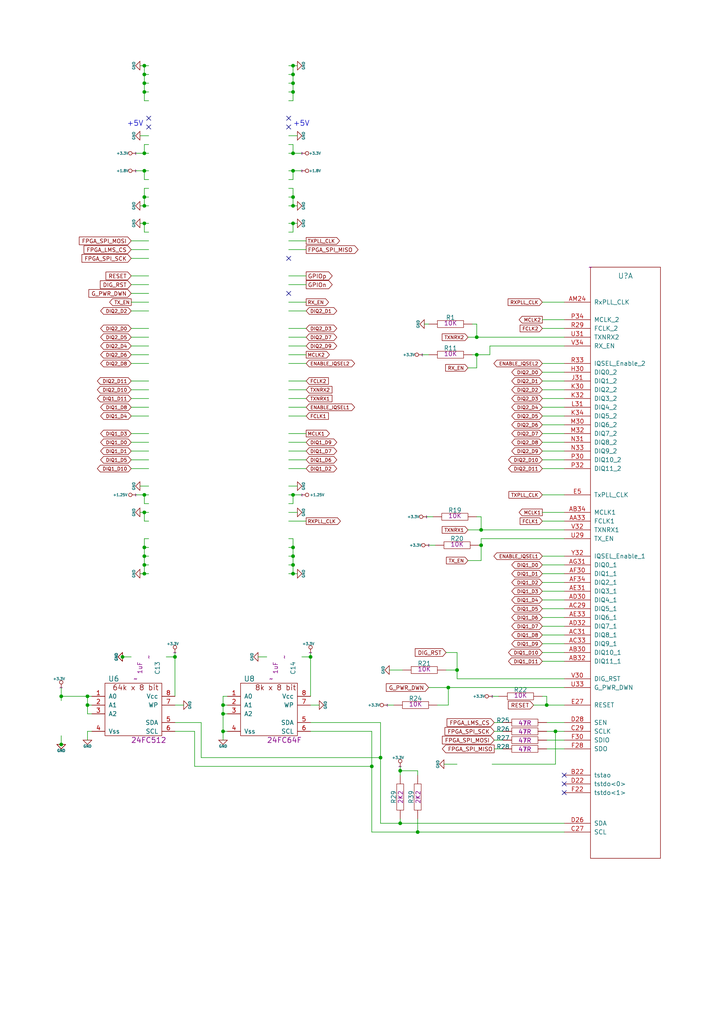
<source format=kicad_sch>
(kicad_sch (version 20211123) (generator eeschema)
  (paper "User" 209.956 296.977)
  (title_block (title "uMyriadRF7002") (date "19 nov 2015") (rev "v2") (comment 1 "WORK IS COVERED UNDER A CREATIVE COMMONS LICENSE (CC BY 3.0)"))
  (lib_symbols
    (symbol "uMyriad7002-rescue:+1.25V" (power) (pin_names (offset 0))
      (property "Value" "+1.25V" (at 0 2.794 0))
      (symbol "+1.25V_0_0"
        (pin power_in line (at 0 0 90) (length 0) hide (name "+1.25V") (number "1"))
      )
    )
    (symbol "uMyriad7002-rescue:+1.8V" (power) (pin_names (offset 0))
      (property "Value" "+1.8V" (at 0 2.794 0))
      (symbol "+1.8V_0_0"
        (pin power_in line (at 0 0 90) (length 0) hide (name "+1.8V") (number "1"))
      )
    )
    (symbol "uMyriad7002-rescue:+3.3V" (power) (pin_names (offset 0))
      (property "Value" "+3.3V" (at 0 2.794 0))
      (symbol "+3.3V_0_0"
        (pin power_in line (at 0 0 90) (length 0) hide (name "+3.3V") (number "1"))
      )
    )
    (symbol "uMyriad7002-rescue:10K_0402" (pin_numbers hide) (pin_names (offset 0))
      (property "Reference" "R" (at -1.778 -0.254 90))
      (property "Component Value" "10K" (at 0.254 0 90))
      (symbol "10K_0402_1_1"
        (pin passive line (at 0 6.35 270) (length 2.54) (name "1") (number "1"))
        (pin passive line (at 0 -6.35 90) (length 2.54) (name "2") (number "2"))
      )
    )
    (symbol "uMyriad7002-rescue:24FC512" (pin_names (offset 1.016))
      (property "Reference" "U" (at 2.54 1.27 0))
      (property "Component Value" "24FC512" (at 12.7 -16.51 0))
      (symbol "24FC512_0_0"
        (text "64k x 8 bit" (at 8.89 -1.27 0) (effects (font (size 1.524 1.524))))
      )
      (symbol "24FC512_1_1"
        (pin input line (at -3.81 -3.81 0) (length 3.81) (name "A0") (number "1"))
        (pin input line (at -3.81 -6.35 0) (length 3.81) (name "A1") (number "2"))
        (pin input line (at -3.81 -8.89 0) (length 3.81) (name "A2") (number "3"))
        (pin input line (at -3.81 -13.97 0) (length 3.81) (name "Vss") (number "4"))
        (pin input line (at 20.32 -11.43 180) (length 3.81) (name "SDA") (number "5"))
        (pin input line (at 20.32 -13.97 180) (length 3.81) (name "SCL") (number "6"))
        (pin input line (at 20.32 -6.35 180) (length 3.81) (name "WP") (number "7"))
        (pin input line (at 20.32 -3.81 180) (length 3.81) (name "Vcc") (number "8"))
      )
    )
    (symbol "uMyriad7002-rescue:24FC64F" (pin_names (offset 1.016))
      (property "Reference" "U" (at 2.54 1.27 0))
      (property "Component Value" "24FC64F" (at 12.7 -16.51 0))
      (symbol "24FC64F_0_0"
        (text "8k x 8 bit" (at 10.16 -1.27 0) (effects (font (size 1.524 1.524))))
      )
      (symbol "24FC64F_1_1"
        (pin input line (at -3.81 -3.81 0) (length 3.81) (name "A0") (number "1"))
        (pin input line (at -3.81 -6.35 0) (length 3.81) (name "A1") (number "2"))
        (pin input line (at -3.81 -8.89 0) (length 3.81) (name "A2") (number "3"))
        (pin input line (at -3.81 -13.97 0) (length 3.81) (name "Vss") (number "4"))
        (pin input line (at 20.32 -11.43 180) (length 3.81) (name "SDA") (number "5"))
        (pin input line (at 20.32 -13.97 180) (length 3.81) (name "SCL") (number "6"))
        (pin input line (at 20.32 -6.35 180) (length 3.81) (name "WP") (number "7"))
        (pin input line (at 20.32 -3.81 180) (length 3.81) (name "Vcc") (number "8"))
      )
    )
    (symbol "uMyriad7002-rescue:2K2_0402" (pin_numbers hide) (pin_names (offset 0))
      (property "Reference" "R" (at -1.905 -2.54 90))
      (property "Component Value" "2K2" (at 0.127 0 90))
      (symbol "2K2_0402_1_1"
        (pin passive line (at 0 6.35 270) (length 2.54) (name "1") (number "1"))
        (pin passive line (at 0 -6.35 90) (length 2.54) (name "2") (number "2"))
      )
    )
    (symbol "uMyriad7002-rescue:47R_0402" (pin_numbers hide) (pin_names (offset 0))
      (property "Reference" "R" (at -1.905 -2.54 90))
      (property "Component Value" "47R" (at 0.127 0 90))
      (symbol "47R_0402_1_1"
        (pin passive line (at 0 6.35 270) (length 2.54) (name "1") (number "1"))
        (pin passive line (at 0 -6.35 90) (length 2.54) (name "2") (number "2"))
      )
    )
    (symbol "uMyriad7002-rescue:GND" (power) (pin_names (offset 0))
      (symbol "GND_1_1"
        (pin power_in line (at 0 0 90) (length 0) hide (name "GND") (number "1"))
      )
    )
    (symbol "uMyriad7002-rescue:LMS7002" (pin_names (offset 1.016))
      (property "Reference" "U" (at 20.32 -2.54 0))
      (property "Value" "LMS7002" (at 20.32 -5.08 0))
      (symbol "LMS7002_1_1"
        (pin input line (at -7.62 -73.66 0) (length 7.62) (name "FCLK1") (number "AA33"))
        (pin output line (at -7.62 -111.76 0) (length 7.62) (name "DIQ10_1") (number "AB30"))
        (pin output line (at -7.62 -114.3 0) (length 7.62) (name "DIQ11_1") (number "AB32"))
        (pin input line (at -7.62 -71.12 0) (length 7.62) (name "MCLK1") (number "AB34"))
        (pin output line (at -7.62 -99.06 0) (length 7.62) (name "DIQ5_1") (number "AC29"))
        (pin output line (at -7.62 -106.68 0) (length 7.62) (name "DIQ8_1") (number "AC31"))
        (pin output line (at -7.62 -109.22 0) (length 7.62) (name "DIQ9_1") (number "AC33"))
        (pin output line (at -7.62 -96.52 0) (length 7.62) (name "DIQ4_1") (number "AD30"))
        (pin output line (at -7.62 -104.14 0) (length 7.62) (name "DIQ7_1") (number "AD32"))
        (pin output line (at -7.62 -93.98 0) (length 7.62) (name "DIQ3_1") (number "AE31"))
        (pin output line (at -7.62 -101.6 0) (length 7.62) (name "DIQ6_1") (number "AE33"))
        (pin output line (at -7.62 -88.9 0) (length 7.62) (name "DIQ1_1") (number "AF30"))
        (pin output line (at -7.62 -91.44 0) (length 7.62) (name "DIQ2_1") (number "AF34"))
        (pin output line (at -7.62 -86.36 0) (length 7.62) (name "DIQ0_1") (number "AG31"))
        (pin input line (at -7.62 -10.16 0) (length 7.62) (name "RxPLL_CLK") (number "AM24"))
        (pin output line (at -7.62 -147.32 0) (length 7.62) (name "tstao") (number "B22"))
        (pin bidirectional line (at -7.62 -163.83 0) (length 7.62) (name "SCL") (number "C27"))
        (pin input line (at -7.62 -134.62 0) (length 7.62) (name "SCLK") (number "C29"))
        (pin output line (at -7.62 -149.86 0) (length 7.62) (name "tstdo<0>") (number "D22"))
        (pin bidirectional line (at -7.62 -161.29 0) (length 7.62) (name "SDA") (number "D26"))
        (pin input line (at -7.62 -132.08 0) (length 7.62) (name "SEN") (number "D28"))
        (pin input line (at -7.62 -127 0) (length 7.62) (name "RESET") (number "E27"))
        (pin input line (at -7.62 -66.04 0) (length 7.62) (name "TxPLL_CLK") (number "E5"))
        (pin output line (at -7.62 -152.4 0) (length 7.62) (name "tstdo<1>") (number "F22"))
        (pin output line (at -7.62 -139.7 0) (length 7.62) (name "SDO") (number "F28"))
        (pin bidirectional line (at -7.62 -137.16 0) (length 7.62) (name "SDIO") (number "F30"))
        (pin input line (at -7.62 -30.48 0) (length 7.62) (name "DIQ0_2") (number "H30"))
        (pin input line (at -7.62 -33.02 0) (length 7.62) (name "DIQ1_2") (number "J31"))
        (pin input line (at -7.62 -35.56 0) (length 7.62) (name "DIQ2_2") (number "K30"))
        (pin input line (at -7.62 -38.1 0) (length 7.62) (name "DIQ3_2") (number "K32"))
        (pin input line (at -7.62 -43.18 0) (length 7.62) (name "DIQ5_2") (number "K34"))
        (pin input line (at -7.62 -40.64 0) (length 7.62) (name "DIQ4_2") (number "L31"))
        (pin input line (at -7.62 -45.72 0) (length 7.62) (name "DIQ6_2") (number "M30"))
        (pin input line (at -7.62 -48.26 0) (length 7.62) (name "DIQ7_2") (number "M32"))
        (pin input line (at -7.62 -50.8 0) (length 7.62) (name "DIQ8_2") (number "N31"))
        (pin input line (at -7.62 -53.34 0) (length 7.62) (name "DIQ9_2") (number "N33"))
        (pin input line (at -7.62 -55.88 0) (length 7.62) (name "DIQ10_2") (number "P30"))
        (pin input line (at -7.62 -58.42 0) (length 7.62) (name "DIQ11_2") (number "P32"))
        (pin input line (at -7.62 -15.24 0) (length 7.62) (name "MCLK_2") (number "P34"))
        (pin input line (at -7.62 -17.78 0) (length 7.62) (name "FCLK_2") (number "R29"))
        (pin input line (at -7.62 -27.94 0) (length 7.62) (name "IQSEL_Enable_2") (number "R33"))
        (pin input line (at -7.62 -78.74 0) (length 7.62) (name "TX_EN") (number "U29"))
        (pin bidirectional line (at -7.62 -20.32 0) (length 7.62) (name "TXNRX2") (number "U31"))
        (pin input line (at -7.62 -121.92 0) (length 7.62) (name "G_PWR_DWN") (number "U33"))
        (pin input line (at -7.62 -119.38 0) (length 7.62) (name "DIG_RST") (number "V30"))
        (pin bidirectional line (at -7.62 -76.2 0) (length 7.62) (name "TXNRX1") (number "V32"))
        (pin output line (at -7.62 -22.86 0) (length 7.62) (name "RX_EN") (number "V34"))
        (pin output line (at -7.62 -83.82 0) (length 7.62) (name "IQSEL_Enable_1") (number "Y32"))
      )
      (symbol "LMS7002_2_1"
        (pin input line (at 50.8 -43.18 180) (length 7.62) (name "DVDD_CGEN") (number "A17"))
        (pin input line (at -7.62 -17.78 0) (length 7.62) (name "DIGPRVDD1") (number "AA29"))
        (pin input line (at -7.62 -213.36 0) (length 7.62) (name "DIGPRGND1") (number "AA31"))
        (pin input line (at 50.8 -116.84 180) (length 7.62) (name "VDD14_RBB") (number "AD4"))
        (pin input line (at -7.62 -119.38 0) (length 7.62) (name "VDD12_TIA_RFE") (number "AD6"))
        (pin input line (at -7.62 -15.24 0) (length 7.62) (name "DIGPRVDD1") (number "AE29"))
        (pin input line (at -7.62 -111.76 0) (length 7.62) (name "VDD18_TIA_RFE") (number "AE3"))
        (pin input line (at 50.8 -119.38 180) (length 7.62) (name "VDD14_TIA_RFE") (number "AF2"))
        (pin input line (at -7.62 -220.98 0) (length 7.62) (name "DIGPRGND2") (number "AF32"))
        (pin input line (at -7.62 -109.22 0) (length 7.62) (name "VDD18_LDO_RX") (number "AF4"))
        (pin input line (at 50.8 -114.3 180) (length 7.62) (name "VDD14_LNA_RFE") (number "AF6"))
        (pin input line (at -7.62 -208.28 0) (length 7.62) (name "DIGPRGND1") (number "AG29"))
        (pin input line (at -7.62 -121.92 0) (length 7.62) (name "VDD12_LNA_RFE") (number "AG5"))
        (pin input line (at 50.8 -12.7 180) (length 7.62) (name "DIGPRVDD2") (number "AH30"))
        (pin input line (at 50.8 -195.58 180) (length 7.62) (name "GND_CP_SXR") (number "AJ19"))
        (pin input line (at 50.8 -90.17 180) (length 7.62) (name "VDD_AFE") (number "AJ25"))
        (pin input line (at 50.8 -193.04 180) (length 7.62) (name "GND_DIV_SXR") (number "AK20"))
        (pin input line (at 50.8 -105.41 180) (length 7.62) (name "VDD18_VCO_SXR") (number "AK22"))
        (pin input line (at 50.8 -76.2 180) (length 7.62) (name "VDD_CP_SXR") (number "AL19"))
        (pin input line (at -7.62 -53.34 0) (length 7.62) (name "DVDD_SXR") (number "AL21"))
        (pin input line (at 50.8 -219.71 180) (length 7.62) (name "GND_VCO_SXR") (number "AL23"))
        (pin input line (at 50.8 -66.04 180) (length 7.62) (name "VDD18_SXR") (number "AM18"))
        (pin input line (at 50.8 -78.74 180) (length 7.62) (name "VDD_DIV_SXR") (number "AM20"))
        (pin input line (at -7.62 -198.12 0) (length 7.62) (name "DGND_SXR") (number "AM22"))
        (pin input line (at 50.8 -102.87 180) (length 7.62) (name "VDD18_RXBUF") (number "AM26"))
        (pin input line (at 50.8 -81.28 180) (length 7.62) (name "VDD_MXLOBUF_RFE") (number "AN17"))
        (pin input line (at 50.8 -73.66 180) (length 7.62) (name "VDD12_VCO_SXR") (number "AN23"))
        (pin input line (at 50.8 -187.96 180) (length 7.62) (name "GND_RXBUF") (number "AN25"))
        (pin input line (at 50.8 -92.71 180) (length 7.62) (name "VDD12_RXBIF") (number "AP26"))
        (pin input line (at 50.8 -38.1 180) (length 7.62) (name "VDD_TPAD_TRF") (number "B16"))
        (pin input line (at 50.8 -204.47 180) (length 7.62) (name "DGND_CGEN") (number "B18"))
        (pin input line (at 50.8 -198.12 180) (length 7.62) (name "GND_CP_CGEN") (number "B20"))
        (pin input line (at 50.8 -55.88 180) (length 7.62) (name "VDD14_VCO_CGEN") (number "C21"))
        (pin input line (at -7.62 -203.2 0) (length 7.62) (name "GND_DIG") (number "C23"))
        (pin input line (at -7.62 -40.64 0) (length 7.62) (name "VDD12_DIG") (number "C25"))
        (pin input line (at 50.8 -227.33 180) (length 7.62) (name "GND_TLOBUF_TRF") (number "C7"))
        (pin input line (at 50.8 -33.02 180) (length 7.62) (name "VDD18_TRF") (number "D16"))
        (pin input line (at 50.8 -208.28 180) (length 7.62) (name "GND_DIV_CGEN") (number "D20"))
        (pin input line (at -7.62 -38.1 0) (length 7.62) (name "VDD18_DIG") (number "D24"))
        (pin input line (at 50.8 -20.32 180) (length 7.62) (name "VDDO_TLOBUF_TRF") (number "D6"))
        (pin input line (at 50.8 -30.48 180) (length 7.62) (name "VDD18_BIAS") (number "E17"))
        (pin input line (at 50.8 -45.72 180) (length 7.62) (name "VDD_DIV_CGEN") (number "E19"))
        (pin input line (at 50.8 -35.56 180) (length 7.62) (name "VDD18_VCO_CGEN") (number "E21"))
        (pin input line (at -7.62 -200.66 0) (length 7.62) (name "GND_SPI_BUF") (number "E25"))
        (pin input line (at 50.8 -50.8 180) (length 7.62) (name "VDD_CP_CGEN") (number "F20"))
        (pin input line (at -7.62 -45.72 0) (length 7.62) (name "VDD_SPI_BUF") (number "F24"))
        (pin input line (at 50.8 -200.66 180) (length 7.62) (name "GND_TXBUF") (number "F6"))
        (pin input line (at 50.8 -22.86 180) (length 7.62) (name "VDD_TLOBUF_TRF") (number "F8"))
        (pin input line (at -7.62 -63.5 0) (length 7.62) (name "VDD18_VCO_SXT") (number "G3"))
        (pin input line (at -7.62 -218.44 0) (length 7.62) (name "DIGPRGND2") (number "G31"))
        (pin output line (at -7.62 -83.82 0) (length 7.62) (name "VDD12_TXBUF") (number "G5"))
        (pin input line (at 50.8 -214.63 180) (length 7.62) (name "GND_TPAD_TRF") (number "GND"))
        (pin input line (at 50.8 -212.09 180) (length 7.62) (name "PSUB_TPAD_TRF") (number "GND"))
        (pin input line (at 50.8 -222.25 180) (length 7.62) (name "GND_VCO_SXT") (number "H2"))
        (pin input line (at 50.8 -10.16 180) (length 7.62) (name "DIGPRVDD2") (number "H32"))
        (pin input line (at -7.62 -60.96 0) (length 7.62) (name "VDD18_TXBUF") (number "H6"))
        (pin input line (at -7.62 -73.66 0) (length 7.62) (name "VDD_CP_SXT") (number "J3"))
        (pin input line (at -7.62 -205.74 0) (length 7.62) (name "DIGPRGND1") (number "J33"))
        (pin input line (at -7.62 -66.04 0) (length 7.62) (name "VDD12O_VCO_SXT") (number "J5"))
        (pin input line (at -7.62 -76.2 0) (length 7.62) (name "VDDO_DIV_SXT") (number "K2"))
        (pin input line (at -7.62 -190.5 0) (length 7.62) (name "GND_CP_SXT") (number "K4"))
        (pin input line (at -7.62 -68.58 0) (length 7.62) (name "VDD12_VCO_SXT") (number "K6"))
        (pin input line (at -7.62 -187.96 0) (length 7.62) (name "GND_DIV_SXT") (number "L3"))
        (pin input line (at -7.62 -12.7 0) (length 7.62) (name "DIGPRVDD1") (number "L33"))
        (pin input line (at -7.62 -78.74 0) (length 7.62) (name "VDD_DIV_SXT") (number "L5"))
        (pin input line (at -7.62 -55.88 0) (length 7.62) (name "DVDD_SXT") (number "M4"))
        (pin input line (at -7.62 -93.98 0) (length 7.62) (name "VDD18_LDO_TX") (number "N1"))
        (pin input line (at -7.62 -195.58 0) (length 7.62) (name "DGND_SXT") (number "N3"))
        (pin input line (at -7.62 -137.16 0) (length 7.62) (name "VDD_TBB") (number "P4"))
        (pin input line (at -7.62 -10.16 0) (length 7.62) (name "DIGPRVDD1") (number "R31"))
        (pin input line (at -7.62 -210.82 0) (length 7.62) (name "DIGPRGND1") (number "T30"))
        (pin input line (at 50.8 -7.62 180) (length 7.62) (name "DIGPRVDD2") (number "T32"))
        (pin input line (at -7.62 -215.9 0) (length 7.62) (name "DIGPRGND1") (number "W29"))
        (pin input line (at 50.8 -15.24 180) (length 7.62) (name "DIGPRPOC") (number "W31"))
        (pin input line (at 50.8 -5.08 180) (length 7.62) (name "DIGPRVDD2") (number "W33"))
        (pin input line (at -7.62 -223.52 0) (length 7.62) (name "DIGPRGND2") (number "Y30"))
      )
      (symbol "LMS7002_3_1"
        (pin input line (at 36.83 -22.86 180) (length 7.62) (name "ADCinIp_2") (number "AA1"))
        (pin input line (at 36.83 -27.94 180) (length 7.62) (name "ADCinQp_2") (number "AA3"))
        (pin output line (at -7.62 -73.66 0) (length 7.62) (name "RXOUTQN_1") (number "AA5"))
        (pin output line (at -7.62 -68.58 0) (length 7.62) (name "RXOUTIN_1") (number "AB2"))
        (pin output line (at -7.62 -71.12 0) (length 7.62) (name "RXOUTQP_1") (number "AB4"))
        (pin output line (at -7.62 -85.09 0) (length 7.62) (name "RXOUTQN_2") (number "AB6"))
        (pin output line (at -7.62 -80.01 0) (length 7.62) (name "RXOUTIN_2") (number "AC3"))
        (pin output line (at -7.62 -82.55 0) (length 7.62) (name "RXOUTQP_2") (number "AC5"))
        (pin output line (at -7.62 -77.47 0) (length 7.62) (name "RXOUTIP_2") (number "AD2"))
        (pin input line (at -7.62 -119.38 0) (length 7.62) (name "vr_rext_10k") (number "F18"))
        (pin input line (at -7.62 -13.97 0) (length 7.62) (name "TXININ_1") (number "P2"))
        (pin input line (at -7.62 -11.43 0) (length 7.62) (name "TXINIP_1") (number "R3"))
        (pin input line (at -7.62 -19.05 0) (length 7.62) (name "TXINQN_1") (number "R5"))
        (pin input line (at -7.62 -16.51 0) (length 7.62) (name "TXINQP_1") (number "T4"))
        (pin input line (at -7.62 -30.48 0) (length 7.62) (name "TXINQN_2") (number "T6"))
        (pin input line (at -7.62 -25.4 0) (length 7.62) (name "TXININ_2") (number "U1"))
        (pin input line (at -7.62 -22.86 0) (length 7.62) (name "TXINIP_2") (number "U3"))
        (pin input line (at 36.83 -13.97 180) (length 7.62) (name "ADCinIn_1") (number "U5"))
        (pin input line (at -7.62 -27.94 0) (length 7.62) (name "TXINQP_2") (number "V2"))
        (pin input line (at 36.83 -11.43 180) (length 7.62) (name "ADCinIp_1") (number "V4"))
        (pin input line (at 36.83 -25.4 180) (length 7.62) (name "ADCinIn_2") (number "V6"))
        (pin input line (at 36.83 -19.05 180) (length 7.62) (name "ADCinQn_1") (number "W3"))
        (pin input line (at 36.83 -16.51 180) (length 7.62) (name "ADCinQp_1") (number "Y2"))
        (pin input line (at 36.83 -30.48 180) (length 7.62) (name "ADCinQn_2") (number "Y4"))
        (pin output line (at -7.62 -66.04 0) (length 7.62) (name "RXOUTIP_1") (number "Y6"))
      )
      (symbol "LMS7002_4_1"
        (pin input line (at 25.4 -17.78 180) (length 7.62) (name "TXRF1_1n") (number "A7"))
        (pin output line (at 25.4 -50.8 180) (length 7.62) (name "TXRF2_1p") (number "A9"))
        (pin input line (at 25.4 -116.84 180) (length 7.62) (name "RXRF1_n_h") (number "AJ15"))
        (pin input line (at 25.4 -173.99 180) (length 7.62) (name "RF_gnd") (number "AK12"))
        (pin input line (at 25.4 -114.3 180) (length 7.62) (name "RXRF1_p_h") (number "AK14"))
        (pin input line (at 25.4 -171.45 180) (length 7.62) (name "RF_gnd") (number "AL13"))
        (pin input line (at 25.4 -88.9 180) (length 7.62) (name "RXRF1_n_l") (number "AM12"))
        (pin input line (at 25.4 -86.36 180) (length 7.62) (name "RXRF1_p_l") (number "AN11"))
        (pin input line (at 25.4 -142.24 180) (length 7.62) (name "RXRF1_p_w") (number "AN9"))
        (pin input line (at 25.4 -144.78 180) (length 7.62) (name "RXRF1_n_w") (number "AP10"))
        (pin output line (at 25.4 -53.34 180) (length 7.62) (name "TXRF2_1n") (number "B10"))
        (pin input line (at 25.4 -15.24 180) (length 7.62) (name "TXRF1_1p") (number "B8"))
      )
      (symbol "LMS7002_5_1"
        (pin input line (at 25.4 -50.8 180) (length 7.62) (name "TXRF2_2p") (number "A13"))
        (pin input line (at 25.4 -175.26 180) (length 7.62) (name "RF_gnd") (number "AJ7"))
        (pin input line (at 25.4 -172.72 180) (length 7.62) (name "RF_gnd") (number "AJ9"))
        (pin input line (at 25.4 -144.78 180) (length 7.62) (name "RXRF2_w_n") (number "AM4"))
        (pin input line (at 25.4 -116.84 180) (length 7.62) (name "RXRF2_h_n") (number "AM8"))
        (pin input line (at 25.4 -142.24 180) (length 7.62) (name "RXRF2_w_p") (number "AN3"))
        (pin input line (at 25.4 -86.36 180) (length 7.62) (name "RXRF2_l_p") (number "AN5"))
        (pin input line (at 25.4 -114.3 180) (length 7.62) (name "RXRF2_h_p") (number "AN7"))
        (pin input line (at 25.4 -88.9 180) (length 7.62) (name "RXRF2_l_n") (number "AP6"))
        (pin input line (at 25.4 -15.24 180) (length 7.62) (name "TXRF1_2p") (number "B12"))
        (pin input line (at 25.4 -53.34 180) (length 7.62) (name "TXRF2_2n") (number "B14"))
        (pin input line (at 25.4 -17.78 180) (length 7.62) (name "TXRF1_2n") (number "C11"))
      )
    )
  )
  (junction (at 41.91 143.51))
  (junction (at 90.17 190.5))
  (junction (at 158.75 204.47))
  (junction (at 64.77 204.47))
  (junction (at 85.09 26.67))
  (junction (at 85.09 19.05))
  (junction (at 25.4 204.47))
  (junction (at 41.91 24.13))
  (junction (at 41.91 26.67))
  (junction (at 41.91 59.69))
  (junction (at 110.49 219.71))
  (junction (at 139.7 158.115))
  (junction (at 41.91 148.59))
  (junction (at 116.205 223.52))
  (junction (at 50.8 190.5))
  (junction (at 130.175 199.39))
  (junction (at 85.09 158.75))
  (junction (at 41.91 49.53))
  (junction (at 25.4 201.93))
  (junction (at 85.09 59.69))
  (junction (at 41.91 19.05))
  (junction (at 121.285 241.3))
  (junction (at 85.09 163.83))
  (junction (at 116.205 238.76))
  (junction (at 161.29 212.09))
  (junction (at 41.91 158.75))
  (junction (at 85.09 64.77))
  (junction (at 85.09 143.51))
  (junction (at 41.91 64.77))
  (junction (at 107.95 222.25))
  (junction (at 64.77 212.09))
  (junction (at 64.77 207.01))
  (junction (at 85.09 21.59))
  (junction (at 41.91 161.29))
  (junction (at 85.09 49.53))
  (junction (at 41.91 57.15))
  (junction (at 17.78 201.93))
  (junction (at 17.78 215.9))
  (junction (at 138.43 102.87))
  (junction (at 85.09 57.15))
  (junction (at 41.91 163.83))
  (junction (at 41.91 44.45))
  (junction (at 139.7 153.67))
  (junction (at 35.56 190.5))
  (junction (at 85.09 44.45))
  (junction (at 85.09 161.29))
  (junction (at 85.09 166.37))
  (junction (at 132.715 194.31))
  (junction (at 41.91 166.37))
  (junction (at 41.91 21.59))
  (junction (at 85.09 24.13))
  (junction (at 138.43 97.79))
  (no_connect (at 163.83 224.79))
  (no_connect (at 83.82 34.29))
  (no_connect (at 83.82 85.09))
  (no_connect (at 83.82 74.93))
  (no_connect (at 43.18 34.29))
  (no_connect (at 43.18 36.83))
  (no_connect (at 163.83 227.33))
  (no_connect (at 163.83 229.87))
  (no_connect (at 83.82 36.83))
  (wire (pts (xy 157.48 161.29) (xy 163.83 161.29)))
  (wire (pts (xy 26.67 212.09) (xy 25.4 212.09)))
  (wire (pts (xy 85.09 158.75) (xy 85.09 161.29)))
  (wire (pts (xy 43.18 87.63) (xy 38.1 87.63)))
  (wire (pts (xy 41.91 19.05) (xy 40.64 19.05)))
  (wire (pts (xy 85.09 26.67) (xy 85.09 24.13)))
  (wire (pts (xy 87.63 190.5) (xy 90.17 190.5)))
  (wire (pts (xy 83.82 59.69) (xy 85.09 59.69)))
  (wire (pts (xy 83.82 54.61) (xy 85.09 54.61)))
  (wire (pts (xy 43.18 82.55) (xy 38.1 82.55)))
  (wire (pts (xy 137.16 93.98) (xy 138.43 93.98)))
  (wire (pts (xy 43.18 41.91) (xy 41.91 41.91)))
  (wire (pts (xy 17.78 199.39) (xy 17.78 201.93)))
  (wire (pts (xy 43.18 52.07) (xy 41.91 52.07)))
  (wire (pts (xy 157.48 151.13) (xy 163.83 151.13)))
  (wire (pts (xy 64.77 204.47) (xy 64.77 207.01)))
  (wire (pts (xy 83.82 26.67) (xy 85.09 26.67)))
  (wire (pts (xy 158.75 217.17) (xy 163.83 217.17)))
  (wire (pts (xy 83.82 64.77) (xy 85.09 64.77)))
  (wire (pts (xy 83.82 29.21) (xy 85.09 29.21)))
  (wire (pts (xy 158.75 212.09) (xy 161.29 212.09)))
  (wire (pts (xy 66.04 204.47) (xy 64.77 204.47)))
  (wire (pts (xy 41.91 64.77) (xy 40.64 64.77)))
  (wire (pts (xy 43.18 163.83) (xy 41.91 163.83)))
  (wire (pts (xy 58.42 209.55) (xy 58.42 219.71)))
  (wire (pts (xy 83.82 39.37) (xy 86.36 39.37)))
  (wire (pts (xy 90.17 190.5) (xy 90.17 201.93)))
  (wire (pts (xy 161.29 221.615) (xy 142.875 221.615)))
  (wire (pts (xy 88.9 118.11) (xy 83.82 118.11)))
  (wire (pts (xy 88.9 135.89) (xy 83.82 135.89)))
  (wire (pts (xy 85.09 19.05) (xy 86.36 19.05)))
  (wire (pts (xy 43.18 39.37) (xy 40.64 39.37)))
  (wire (pts (xy 43.18 26.67) (xy 41.91 26.67)))
  (wire (pts (xy 85.09 44.45) (xy 87.63 44.45)))
  (wire (pts (xy 41.91 52.07) (xy 41.91 49.53)))
  (wire (pts (xy 83.82 19.05) (xy 85.09 19.05)))
  (wire (pts (xy 116.205 238.76) (xy 110.49 238.76)))
  (wire (pts (xy 41.91 24.13) (xy 43.18 24.13)))
  (wire (pts (xy 146.05 214.63) (xy 143.51 214.63)))
  (wire (pts (xy 43.18 95.25) (xy 38.1 95.25)))
  (wire (pts (xy 66.04 212.09) (xy 64.77 212.09)))
  (wire (pts (xy 163.83 113.03) (xy 157.48 113.03)))
  (wire (pts (xy 154.94 204.47) (xy 158.75 204.47)))
  (wire (pts (xy 43.18 21.59) (xy 41.91 21.59)))
  (wire (pts (xy 41.91 26.67) (xy 41.91 24.13)))
  (wire (pts (xy 43.18 90.17) (xy 38.1 90.17)))
  (wire (pts (xy 142.24 100.33) (xy 142.24 102.87)))
  (wire (pts (xy 85.09 64.77) (xy 86.36 64.77)))
  (wire (pts (xy 85.09 163.83) (xy 85.09 166.37)))
  (wire (pts (xy 41.91 49.53) (xy 39.37 49.53)))
  (wire (pts (xy 85.09 24.13) (xy 85.09 21.59)))
  (wire (pts (xy 83.82 87.63) (xy 88.9 87.63)))
  (wire (pts (xy 83.82 24.13) (xy 85.09 24.13)))
  (wire (pts (xy 163.83 130.81) (xy 157.48 130.81)))
  (wire (pts (xy 38.1 190.5) (xy 35.56 190.5)))
  (wire (pts (xy 161.29 212.09) (xy 163.83 212.09)))
  (wire (pts (xy 157.48 191.77) (xy 163.83 191.77)))
  (wire (pts (xy 66.04 201.93) (xy 64.77 201.93)))
  (wire (pts (xy 138.43 106.68) (xy 135.89 106.68)))
  (wire (pts (xy 163.83 135.89) (xy 157.48 135.89)))
  (wire (pts (xy 43.18 161.29) (xy 41.91 161.29)))
  (wire (pts (xy 41.91 148.59) (xy 40.64 148.59)))
  (wire (pts (xy 85.09 59.69) (xy 86.36 59.69)))
  (wire (pts (xy 135.89 97.79) (xy 138.43 97.79)))
  (wire (pts (xy 43.18 69.85) (xy 38.1 69.85)))
  (wire (pts (xy 43.18 115.57) (xy 38.1 115.57)))
  (wire (pts (xy 163.83 107.95) (xy 157.48 107.95)))
  (wire (pts (xy 17.78 201.93) (xy 25.4 201.93)))
  (wire (pts (xy 41.91 57.15) (xy 41.91 59.69)))
  (wire (pts (xy 85.09 57.15) (xy 85.09 59.69)))
  (wire (pts (xy 83.82 161.29) (xy 85.09 161.29)))
  (wire (pts (xy 41.91 151.13) (xy 43.18 151.13)))
  (wire (pts (xy 116.205 222.25) (xy 116.205 223.52)))
  (wire (pts (xy 43.18 29.21) (xy 41.91 29.21)))
  (wire (pts (xy 83.82 158.75) (xy 85.09 158.75)))
  (wire (pts (xy 83.82 143.51) (xy 85.09 143.51)))
  (wire (pts (xy 43.18 19.05) (xy 41.91 19.05)))
  (wire (pts (xy 43.18 100.33) (xy 38.1 100.33)))
  (wire (pts (xy 85.09 156.21) (xy 85.09 158.75)))
  (wire (pts (xy 43.18 64.77) (xy 41.91 64.77)))
  (wire (pts (xy 132.715 194.31) (xy 129.54 194.31)))
  (wire (pts (xy 83.82 133.35) (xy 88.9 133.35)))
  (wire (pts (xy 43.18 140.97) (xy 40.64 140.97)))
  (wire (pts (xy 163.83 115.57) (xy 157.48 115.57)))
  (wire (pts (xy 139.7 158.115) (xy 139.065 158.115)))
  (wire (pts (xy 38.1 97.79) (xy 43.18 97.79)))
  (wire (pts (xy 50.8 212.09) (xy 56.515 212.09)))
  (wire (pts (xy 163.83 92.71) (xy 157.48 92.71)))
  (wire (pts (xy 64.77 207.01) (xy 64.77 212.09)))
  (wire (pts (xy 38.1 102.87) (xy 43.18 102.87)))
  (wire (pts (xy 121.285 241.3) (xy 107.95 241.3)))
  (wire (pts (xy 85.09 67.31) (xy 85.09 64.77)))
  (wire (pts (xy 83.82 148.59) (xy 86.36 148.59)))
  (wire (pts (xy 77.47 190.5) (xy 74.93 190.5)))
  (wire (pts (xy 163.83 100.33) (xy 142.24 100.33)))
  (wire (pts (xy 90.17 189.23) (xy 90.17 190.5)))
  (wire (pts (xy 83.82 140.97) (xy 86.36 140.97)))
  (wire (pts (xy 157.48 184.15) (xy 163.83 184.15)))
  (wire (pts (xy 41.91 21.59) (xy 41.91 19.05)))
  (wire (pts (xy 132.715 196.85) (xy 163.83 196.85)))
  (wire (pts (xy 85.09 29.21) (xy 85.09 26.67)))
  (wire (pts (xy 138.43 93.98) (xy 138.43 97.79)))
  (wire (pts (xy 38.1 125.73) (xy 43.18 125.73)))
  (wire (pts (xy 38.1 113.03) (xy 43.18 113.03)))
  (wire (pts (xy 158.75 209.55) (xy 163.83 209.55)))
  (wire (pts (xy 83.82 21.59) (xy 85.09 21.59)))
  (wire (pts (xy 38.1 135.89) (xy 43.18 135.89)))
  (wire (pts (xy 43.18 158.75) (xy 41.91 158.75)))
  (wire (pts (xy 163.83 171.45) (xy 157.48 171.45)))
  (wire (pts (xy 43.18 85.09) (xy 38.1 85.09)))
  (wire (pts (xy 41.91 54.61) (xy 41.91 57.15)))
  (wire (pts (xy 43.18 143.51) (xy 41.91 143.51)))
  (wire (pts (xy 138.43 149.86) (xy 139.7 149.86)))
  (wire (pts (xy 144.78 201.93) (xy 142.875 201.93)))
  (wire (pts (xy 85.09 143.51) (xy 87.63 143.51)))
  (wire (pts (xy 25.4 201.93) (xy 25.4 204.47)))
  (wire (pts (xy 64.77 201.93) (xy 64.77 204.47)))
  (wire (pts (xy 146.05 217.17) (xy 143.51 217.17)))
  (wire (pts (xy 132.715 221.615) (xy 128.905 221.615)))
  (wire (pts (xy 41.91 44.45) (xy 43.18 44.45)))
  (wire (pts (xy 83.82 156.21) (xy 85.09 156.21)))
  (wire (pts (xy 58.42 219.71) (xy 110.49 219.71)))
  (wire (pts (xy 88.9 130.81) (xy 83.82 130.81)))
  (wire (pts (xy 41.91 166.37) (xy 40.64 166.37)))
  (wire (pts (xy 163.83 123.19) (xy 157.48 123.19)))
  (wire (pts (xy 157.48 163.83) (xy 163.83 163.83)))
  (wire (pts (xy 43.18 49.53) (xy 41.91 49.53)))
  (wire (pts (xy 39.37 44.45) (xy 41.91 44.45)))
  (wire (pts (xy 85.09 52.07) (xy 85.09 49.53)))
  (wire (pts (xy 132.715 189.23) (xy 132.715 194.31)))
  (wire (pts (xy 137.16 102.87) (xy 138.43 102.87)))
  (wire (pts (xy 41.91 41.91) (xy 41.91 44.45)))
  (wire (pts (xy 83.82 90.17) (xy 88.9 90.17)))
  (wire (pts (xy 88.9 69.85) (xy 83.82 69.85)))
  (wire (pts (xy 129.54 189.23) (xy 132.715 189.23)))
  (wire (pts (xy 163.83 143.51) (xy 157.48 143.51)))
  (wire (pts (xy 58.42 209.55) (xy 50.8 209.55)))
  (wire (pts (xy 43.18 156.21) (xy 41.91 156.21)))
  (wire (pts (xy 132.715 194.31) (xy 132.715 196.85)))
  (wire (pts (xy 38.1 110.49) (xy 43.18 110.49)))
  (wire (pts (xy 17.78 213.36) (xy 17.78 215.9)))
  (wire (pts (xy 116.84 194.31) (xy 113.03 194.31)))
  (wire (pts (xy 88.9 102.87) (xy 83.82 102.87)))
  (wire (pts (xy 161.29 212.09) (xy 161.29 221.615)))
  (wire (pts (xy 139.7 149.86) (xy 139.7 153.67)))
  (wire (pts (xy 163.83 87.63) (xy 157.48 87.63)))
  (wire (pts (xy 127 204.47) (xy 130.175 204.47)))
  (wire (pts (xy 43.18 105.41) (xy 38.1 105.41)))
  (wire (pts (xy 121.285 237.49) (xy 121.285 241.3)))
  (wire (pts (xy 126.365 158.115) (xy 124.46 158.115)))
  (wire (pts (xy 90.17 212.09) (xy 107.95 212.09)))
  (wire (pts (xy 83.82 163.83) (xy 85.09 163.83)))
  (wire (pts (xy 85.09 41.91) (xy 85.09 44.45)))
  (wire (pts (xy 163.83 156.21) (xy 139.7 156.21)))
  (wire (pts (xy 121.285 224.79) (xy 121.285 223.52)))
  (wire (pts (xy 139.7 162.56) (xy 135.89 162.56)))
  (wire (pts (xy 163.83 166.37) (xy 157.48 166.37)))
  (wire (pts (xy 43.18 128.27) (xy 38.1 128.27)))
  (wire (pts (xy 83.82 151.13) (xy 88.9 151.13)))
  (wire (pts (xy 83.82 115.57) (xy 88.9 115.57)))
  (wire (pts (xy 43.18 148.59) (xy 41.91 148.59)))
  (wire (pts (xy 83.82 80.01) (xy 88.9 80.01)))
  (wire (pts (xy 143.51 209.55) (xy 146.05 209.55)))
  (wire (pts (xy 85.09 166.37) (xy 86.36 166.37)))
  (wire (pts (xy 41.91 161.29) (xy 41.91 163.83)))
  (wire (pts (xy 157.48 168.91) (xy 163.83 168.91)))
  (wire (pts (xy 25.4 204.47) (xy 25.4 207.01)))
  (wire (pts (xy 41.91 59.69) (xy 40.64 59.69)))
  (wire (pts (xy 41.91 29.21) (xy 41.91 26.67)))
  (wire (pts (xy 50.8 204.47) (xy 53.34 204.47)))
  (wire (pts (xy 163.83 189.23) (xy 157.48 189.23)))
  (wire (pts (xy 163.83 128.27) (xy 157.48 128.27)))
  (wire (pts (xy 41.91 156.21) (xy 41.91 158.75)))
  (wire (pts (xy 138.43 102.87) (xy 138.43 106.68)))
  (wire (pts (xy 143.51 212.09) (xy 146.05 212.09)))
  (wire (pts (xy 85.09 21.59) (xy 85.09 19.05)))
  (wire (pts (xy 43.18 166.37) (xy 41.91 166.37)))
  (wire (pts (xy 48.26 190.5) (xy 50.8 190.5)))
  (wire (pts (xy 85.09 54.61) (xy 85.09 57.15)))
  (wire (pts (xy 163.83 241.3) (xy 121.285 241.3)))
  (wire (pts (xy 17.78 201.93) (xy 17.78 203.2)))
  (wire (pts (xy 157.48 201.93) (xy 158.75 201.93)))
  (wire (pts (xy 163.83 125.73) (xy 157.48 125.73)))
  (wire (pts (xy 83.82 166.37) (xy 85.09 166.37)))
  (wire (pts (xy 43.18 54.61) (xy 41.91 54.61)))
  (wire (pts (xy 124.46 93.98) (xy 123.19 93.98)))
  (wire (pts (xy 85.09 49.53) (xy 87.63 49.53)))
  (wire (pts (xy 43.18 59.69) (xy 41.91 59.69)))
  (wire (pts (xy 124.46 102.87) (xy 122.555 102.87)))
  (wire (pts (xy 83.82 41.91) (xy 85.09 41.91)))
  (wire (pts (xy 114.3 204.47) (xy 112.395 204.47)))
  (wire (pts (xy 83.82 49.53) (xy 85.09 49.53)))
  (wire (pts (xy 83.82 95.25) (xy 88.9 95.25)))
  (wire (pts (xy 163.83 120.65) (xy 157.48 120.65)))
  (wire (pts (xy 25.4 212.09) (xy 25.4 214.63)))
  (wire (pts (xy 85.09 57.15) (xy 83.82 57.15)))
  (wire (pts (xy 163.83 133.35) (xy 157.48 133.35)))
  (wire (pts (xy 138.43 97.79) (xy 163.83 97.79)))
  (wire (pts (xy 138.43 102.87) (xy 142.24 102.87)))
  (wire (pts (xy 158.75 204.47) (xy 163.83 204.47)))
  (wire (pts (xy 135.89 153.67) (xy 139.7 153.67)))
  (wire (pts (xy 90.17 204.47) (xy 92.71 204.47)))
  (wire (pts (xy 125.73 149.86) (xy 123.825 149.86)))
  (wire (pts (xy 50.8 189.23) (xy 50.8 190.5)))
  (wire (pts (xy 83.82 72.39) (xy 88.9 72.39)))
  (wire (pts (xy 107.95 222.25) (xy 107.95 212.09)))
  (wire (pts (xy 88.9 125.73) (xy 83.82 125.73)))
  (wire (pts (xy 163.83 118.11) (xy 157.48 118.11)))
  (wire (pts (xy 107.95 241.3) (xy 107.95 222.25)))
  (wire (pts (xy 85.09 161.29) (xy 85.09 163.83)))
  (wire (pts (xy 25.4 201.93) (xy 26.67 201.93)))
  (wire (pts (xy 88.9 110.49) (xy 83.82 110.49)))
  (wire (pts (xy 41.91 143.51) (xy 39.37 143.51)))
  (wire (pts (xy 41.91 146.05) (xy 41.91 143.51)))
  (wire (pts (xy 41.91 163.83) (xy 41.91 166.37)))
  (wire (pts (xy 83.82 105.41) (xy 88.9 105.41)))
  (wire (pts (xy 163.83 186.69) (xy 157.48 186.69)))
  (wire (pts (xy 163.83 181.61) (xy 157.48 181.61)))
  (wire (pts (xy 64.77 212.09) (xy 64.77 214.63)))
  (wire (pts (xy 158.75 214.63) (xy 163.83 214.63)))
  (wire (pts (xy 43.18 74.93) (xy 38.1 74.93)))
  (wire (pts (xy 116.205 237.49) (xy 116.205 238.76)))
  (wire (pts (xy 41.91 57.15) (xy 43.18 57.15)))
  (wire (pts (xy 38.1 130.81) (xy 43.18 130.81)))
  (wire (pts (xy 139.7 156.21) (xy 139.7 158.115)))
  (wire (pts (xy 157.48 95.25) (xy 163.83 95.25)))
  (wire (pts (xy 157.48 179.07) (xy 163.83 179.07)))
  (wire (pts (xy 130.175 199.39) (xy 163.83 199.39)))
  (wire (pts (xy 83.82 44.45) (xy 85.09 44.45)))
  (wire (pts (xy 88.9 82.55) (xy 83.82 82.55)))
  (wire (pts (xy 124.46 199.39) (xy 130.175 199.39)))
  (wire (pts (xy 43.18 146.05) (xy 41.91 146.05)))
  (wire (pts (xy 43.18 67.31) (xy 41.91 67.31)))
  (wire (pts (xy 83.82 67.31) (xy 85.09 67.31)))
  (wire (pts (xy 83.82 52.07) (xy 85.09 52.07)))
  (wire (pts (xy 41.91 24.13) (xy 41.91 21.59)))
  (wire (pts (xy 41.91 158.75) (xy 41.91 161.29)))
  (wire (pts (xy 56.515 222.25) (xy 107.95 222.25)))
  (wire (pts (xy 41.91 67.31) (xy 41.91 64.77)))
  (wire (pts (xy 163.83 105.41) (xy 157.48 105.41)))
  (wire (pts (xy 43.18 133.35) (xy 38.1 133.35)))
  (wire (pts (xy 163.83 238.76) (xy 116.205 238.76)))
  (wire (pts (xy 50.8 190.5) (xy 50.8 201.93)))
  (wire (pts (xy 163.83 176.53) (xy 157.48 176.53)))
  (wire (pts (xy 38.1 80.01) (xy 43.18 80.01)))
  (wire (pts (xy 83.82 120.65) (xy 88.9 120.65)))
  (wire (pts (xy 163.83 148.59) (xy 157.48 148.59)))
  (wire (pts (xy 43.18 118.11) (xy 38.1 118.11)))
  (wire (pts (xy 116.205 223.52) (xy 116.205 224.79)))
  (wire (pts (xy 43.18 120.65) (xy 38.1 120.65)))
  (wire (pts (xy 66.04 207.01) (xy 64.77 207.01)))
  (wire (pts (xy 163.83 110.49) (xy 157.48 110.49)))
  (wire (pts (xy 139.7 153.67) (xy 163.83 153.67)))
  (wire (pts (xy 157.48 173.99) (xy 163.83 173.99)))
  (wire (pts (xy 130.175 204.47) (xy 130.175 199.39)))
  (wire (pts (xy 85.09 146.05) (xy 85.09 143.51)))
  (wire (pts (xy 158.75 201.93) (xy 158.75 204.47)))
  (wire (pts (xy 83.82 128.27) (xy 88.9 128.27)))
  (wire (pts (xy 56.515 212.09) (xy 56.515 222.25)))
  (wire (pts (xy 83.82 146.05) (xy 85.09 146.05)))
  (wire (pts (xy 88.9 97.79) (xy 83.82 97.79)))
  (wire (pts (xy 110.49 238.76) (xy 110.49 219.71)))
  (wire (pts (xy 110.49 219.71) (xy 110.49 209.55)))
  (wire (pts (xy 139.7 158.115) (xy 139.7 162.56)))
  (wire (pts (xy 90.17 209.55) (xy 110.49 209.55)))
  (wire (pts (xy 83.82 113.03) (xy 88.9 113.03)))
  (wire (pts (xy 38.1 72.39) (xy 43.18 72.39)))
  (wire (pts (xy 26.67 204.47) (xy 25.4 204.47)))
  (wire (pts (xy 25.4 207.01) (xy 26.67 207.01)))
  (wire (pts (xy 41.91 148.59) (xy 41.91 151.13)))
  (wire (pts (xy 121.285 223.52) (xy 116.205 223.52)))
  (wire (pts (xy 83.82 100.33) (xy 88.9 100.33)))
  (text "+5V" (at 36.83 36.83 0) (effects (font (size 1.524 1.524)) (justify left bottom)))
  (text "+5V" (at 85.09 36.83 0) (effects (font (size 1.524 1.524)) (justify left bottom)))
  (global_label "TXNRX1" (shape input) (at 135.89 153.67 180) (effects (font (size 0.9906 0.9906))) (property "Intersheet References" "${INTERSHEET_REFS}" (effects hide)))
  (global_label "DIQ1_D11" (shape bidirectional) (at 157.48 191.77 180) (effects (font (size 0.9906 0.9906))) (property "Intersheet References" "${INTERSHEET_REFS}" (effects hide)))
  (global_label "DIQ2_D10" (shape bidirectional) (at 38.1 113.03 180) (effects (font (size 0.9906 0.9906))) (property "Intersheet References" "${INTERSHEET_REFS}" (effects hide)))
  (global_label "G_PWR_DWN" (shape input) (at 38.1 85.09 180) (effects (font (size 1.143 1.143))) (property "Intersheet References" "${INTERSHEET_REFS}" (effects hide)))
  (global_label "DIQ1_D5" (shape bidirectional) (at 38.1 133.35 180) (effects (font (size 0.9906 0.9906))) (property "Intersheet References" "${INTERSHEET_REFS}" (effects hide)))
  (global_label "DIQ2_D3" (shape bidirectional) (at 88.9 95.25 0) (effects (font (size 0.9906 0.9906))) (property "Intersheet References" "${INTERSHEET_REFS}" (effects hide)))
  (global_label "ENABLE_IQSEL2" (shape bidirectional) (at 157.48 105.41 180) (effects (font (size 0.9906 0.9906))) (property "Intersheet References" "${INTERSHEET_REFS}" (effects hide)))
  (global_label "DIQ2_D5" (shape bidirectional) (at 38.1 97.79 180) (effects (font (size 0.9906 0.9906))) (property "Intersheet References" "${INTERSHEET_REFS}" (effects hide)))
  (global_label "DIQ1_D4" (shape bidirectional) (at 157.48 173.99 180) (effects (font (size 0.9906 0.9906))) (property "Intersheet References" "${INTERSHEET_REFS}" (effects hide)))
  (global_label "DIQ1_D1" (shape bidirectional) (at 38.1 130.81 180) (effects (font (size 0.9906 0.9906))) (property "Intersheet References" "${INTERSHEET_REFS}" (effects hide)))
  (global_label "FPGA_SPI_MISO" (shape output) (at 143.51 217.17 180) (effects (font (size 1.143 1.143))) (property "Intersheet References" "${INTERSHEET_REFS}" (effects hide)))
  (global_label "FPGA_LMS_CS" (shape input) (at 143.51 209.55 180) (effects (font (size 1.143 1.143))) (property "Intersheet References" "${INTERSHEET_REFS}" (effects hide)))
  (global_label "FPGA_SPI_MOSI" (shape input) (at 143.51 214.63 180) (effects (font (size 1.143 1.143))) (property "Intersheet References" "${INTERSHEET_REFS}" (effects hide)))
  (global_label "FPGA_SPI_MISO" (shape output) (at 88.9 72.39 0) (effects (font (size 1.143 1.143))) (property "Intersheet References" "${INTERSHEET_REFS}" (effects hide)))
  (global_label "RXPLL_CLK" (shape input) (at 157.48 87.63 180) (effects (font (size 0.9906 0.9906))) (property "Intersheet References" "${INTERSHEET_REFS}" (effects hide)))
  (global_label "TX_EN" (shape input) (at 135.89 162.56 180) (effects (font (size 0.9906 0.9906))) (property "Intersheet References" "${INTERSHEET_REFS}" (effects hide)))
  (global_label "DIQ1_D10" (shape bidirectional) (at 157.48 189.23 180) (effects (font (size 0.9906 0.9906))) (property "Intersheet References" "${INTERSHEET_REFS}" (effects hide)))
  (global_label "DIG_RST" (shape input) (at 38.1 82.55 180) (effects (font (size 1.143 1.143))) (property "Intersheet References" "${INTERSHEET_REFS}" (effects hide)))
  (global_label "RXPLL_CLK" (shape output) (at 88.9 151.13 0) (effects (font (size 0.9906 0.9906))) (property "Intersheet References" "${INTERSHEET_REFS}" (effects hide)))
  (global_label "MCLK2" (shape output) (at 88.9 102.87 0) (effects (font (size 0.9906 0.9906))) (property "Intersheet References" "${INTERSHEET_REFS}" (effects hide)))
  (global_label "MCLK1" (shape output) (at 88.9 125.73 0) (effects (font (size 0.9906 0.9906))) (property "Intersheet References" "${INTERSHEET_REFS}" (effects hide)))
  (global_label "GPIOp" (shape output) (at 88.9 80.01 0) (effects (font (size 1.1938 1.1938))) (property "Intersheet References" "${INTERSHEET_REFS}" (effects hide)))
  (global_label "DIQ1_D7" (shape bidirectional) (at 88.9 130.81 0) (effects (font (size 0.9906 0.9906))) (property "Intersheet References" "${INTERSHEET_REFS}" (effects hide)))
  (global_label "RESET" (shape input) (at 154.94 204.47 180) (effects (font (size 1.143 1.143))) (property "Intersheet References" "${INTERSHEET_REFS}" (effects hide)))
  (global_label "FPGA_SPI_SCK" (shape input) (at 38.1 74.93 180) (effects (font (size 1.143 1.143))) (property "Intersheet References" "${INTERSHEET_REFS}" (effects hide)))
  (global_label "DIQ2_D11" (shape bidirectional) (at 38.1 110.49 180) (effects (font (size 0.9906 0.9906))) (property "Intersheet References" "${INTERSHEET_REFS}" (effects hide)))
  (global_label "DIQ1_D6" (shape bidirectional) (at 157.48 179.07 180) (effects (font (size 0.9906 0.9906))) (property "Intersheet References" "${INTERSHEET_REFS}" (effects hide)))
  (global_label "DIQ1_D6" (shape bidirectional) (at 88.9 133.35 0) (effects (font (size 0.9906 0.9906))) (property "Intersheet References" "${INTERSHEET_REFS}" (effects hide)))
  (global_label "G_PWR_DWN" (shape input) (at 124.46 199.39 180) (effects (font (size 1.143 1.143))) (property "Intersheet References" "${INTERSHEET_REFS}" (effects hide)))
  (global_label "DIQ2_D9" (shape bidirectional) (at 157.48 130.81 180) (effects (font (size 0.9906 0.9906))) (property "Intersheet References" "${INTERSHEET_REFS}" (effects hide)))
  (global_label "MCLK2" (shape output) (at 157.48 92.71 180) (effects (font (size 0.9906 0.9906))) (property "Intersheet References" "${INTERSHEET_REFS}" (effects hide)))
  (global_label "DIQ1_D9" (shape bidirectional) (at 88.9 128.27 0) (effects (font (size 0.9906 0.9906))) (property "Intersheet References" "${INTERSHEET_REFS}" (effects hide)))
  (global_label "DIG_RST" (shape input) (at 129.54 189.23 180) (effects (font (size 1.143 1.143))) (property "Intersheet References" "${INTERSHEET_REFS}" (effects hide)))
  (global_label "DIQ1_D5" (shape bidirectional) (at 157.48 176.53 180) (effects (font (size 0.9906 0.9906))) (property "Intersheet References" "${INTERSHEET_REFS}" (effects hide)))
  (global_label "DIQ1_D10" (shape bidirectional) (at 38.1 135.89 180) (effects (font (size 0.9906 0.9906))) (property "Intersheet References" "${INTERSHEET_REFS}" (effects hide)))
  (global_label "ENABLE_IQSEL1" (shape bidirectional) (at 88.9 118.11 0) (effects (font (size 0.9906 0.9906))) (property "Intersheet References" "${INTERSHEET_REFS}" (effects hide)))
  (global_label "DIQ1_D2" (shape bidirectional) (at 88.9 135.89 0) (effects (font (size 0.9906 0.9906))) (property "Intersheet References" "${INTERSHEET_REFS}" (effects hide)))
  (global_label "DIQ2_D5" (shape bidirectional) (at 157.48 120.65 180) (effects (font (size 0.9906 0.9906))) (property "Intersheet References" "${INTERSHEET_REFS}" (effects hide)))
  (global_label "DIQ1_D9" (shape bidirectional) (at 157.48 186.69 180) (effects (font (size 0.9906 0.9906))) (property "Intersheet References" "${INTERSHEET_REFS}" (effects hide)))
  (global_label "FCLK2" (shape input) (at 157.48 95.25 180) (effects (font (size 0.9906 0.9906))) (property "Intersheet References" "${INTERSHEET_REFS}" (effects hide)))
  (global_label "TXNRX1" (shape input) (at 88.9 115.57 0) (effects (font (size 0.9906 0.9906))) (property "Intersheet References" "${INTERSHEET_REFS}" (effects hide)))
  (global_label "DIQ1_D8" (shape bidirectional) (at 157.48 184.15 180) (effects (font (size 0.9906 0.9906))) (property "Intersheet References" "${INTERSHEET_REFS}" (effects hide)))
  (global_label "DIQ1_D0" (shape bidirectional) (at 157.48 163.83 180) (effects (font (size 0.9906 0.9906))) (property "Intersheet References" "${INTERSHEET_REFS}" (effects hide)))
  (global_label "FCLK2" (shape input) (at 88.9 110.49 0) (effects (font (size 0.9906 0.9906))) (property "Intersheet References" "${INTERSHEET_REFS}" (effects hide)))
  (global_label "ENABLE_IQSEL2" (shape bidirectional) (at 88.9 105.41 0) (effects (font (size 0.9906 0.9906))) (property "Intersheet References" "${INTERSHEET_REFS}" (effects hide)))
  (global_label "DIQ1_D3" (shape bidirectional) (at 38.1 125.73 180) (effects (font (size 0.9906 0.9906))) (property "Intersheet References" "${INTERSHEET_REFS}" (effects hide)))
  (global_label "DIQ2_D9" (shape bidirectional) (at 88.9 100.33 0) (effects (font (size 0.9906 0.9906))) (property "Intersheet References" "${INTERSHEET_REFS}" (effects hide)))
  (global_label "DIQ1_D3" (shape bidirectional) (at 157.48 171.45 180) (effects (font (size 0.9906 0.9906))) (property "Intersheet References" "${INTERSHEET_REFS}" (effects hide)))
  (global_label "DIQ1_D11" (shape bidirectional) (at 38.1 115.57 180) (effects (font (size 0.9906 0.9906))) (property "Intersheet References" "${INTERSHEET_REFS}" (effects hide)))
  (global_label "TXPLL_CLK" (shape output) (at 88.9 69.85 0) (effects (font (size 0.9906 0.9906))) (property "Intersheet References" "${INTERSHEET_REFS}" (effects hide)))
  (global_label "TXNRX2" (shape input) (at 88.9 113.03 0) (effects (font (size 0.9906 0.9906))) (property "Intersheet References" "${INTERSHEET_REFS}" (effects hide)))
  (global_label "RX_EN" (shape input) (at 135.89 106.68 180) (effects (font (size 0.9906 0.9906))) (property "Intersheet References" "${INTERSHEET_REFS}" (effects hide)))
  (global_label "TXNRX2" (shape input) (at 135.89 97.79 180) (effects (font (size 0.9906 0.9906))) (property "Intersheet References" "${INTERSHEET_REFS}" (effects hide)))
  (global_label "DIQ2_D10" (shape bidirectional) (at 157.48 133.35 180) (effects (font (size 0.9906 0.9906))) (property "Intersheet References" "${INTERSHEET_REFS}" (effects hide)))
  (global_label "DIQ2_D4" (shape bidirectional) (at 157.48 118.11 180) (effects (font (size 0.9906 0.9906))) (property "Intersheet References" "${INTERSHEET_REFS}" (effects hide)))
  (global_label "FPGA_LMS_CS" (shape input) (at 38.1 72.39 180) (effects (font (size 1.143 1.143))) (property "Intersheet References" "${INTERSHEET_REFS}" (effects hide)))
  (global_label "FCLK1" (shape input) (at 88.9 120.65 0) (effects (font (size 0.9906 0.9906))) (property "Intersheet References" "${INTERSHEET_REFS}" (effects hide)))
  (global_label "DIQ1_D8" (shape bidirectional) (at 38.1 118.11 180) (effects (font (size 0.9906 0.9906))) (property "Intersheet References" "${INTERSHEET_REFS}" (effects hide)))
  (global_label "DIQ1_D7" (shape bidirectional) (at 157.48 181.61 180) (effects (font (size 0.9906 0.9906))) (property "Intersheet References" "${INTERSHEET_REFS}" (effects hide)))
  (global_label "DIQ2_D2" (shape bidirectional) (at 157.48 113.03 180) (effects (font (size 0.9906 0.9906))) (property "Intersheet References" "${INTERSHEET_REFS}" (effects hide)))
  (global_label "TXPLL_CLK" (shape input) (at 157.48 143.51 180) (effects (font (size 0.9906 0.9906))) (property "Intersheet References" "${INTERSHEET_REFS}" (effects hide)))
  (global_label "ENABLE_IQSEL1" (shape bidirectional) (at 157.48 161.29 180) (effects (font (size 0.9906 0.9906))) (property "Intersheet References" "${INTERSHEET_REFS}" (effects hide)))
  (global_label "RESET" (shape input) (at 38.1 80.01 180) (effects (font (size 1.143 1.143))) (property "Intersheet References" "${INTERSHEET_REFS}" (effects hide)))
  (global_label "DIQ2_D0" (shape bidirectional) (at 38.1 95.25 180) (effects (font (size 0.9906 0.9906))) (property "Intersheet References" "${INTERSHEET_REFS}" (effects hide)))
  (global_label "DIQ2_D7" (shape bidirectional) (at 88.9 97.79 0) (effects (font (size 0.9906 0.9906))) (property "Intersheet References" "${INTERSHEET_REFS}" (effects hide)))
  (global_label "FCLK1" (shape input) (at 157.48 151.13 180) (effects (font (size 0.9906 0.9906))) (property "Intersheet References" "${INTERSHEET_REFS}" (effects hide)))
  (global_label "FPGA_SPI_MOSI" (shape input) (at 38.1 69.85 180) (effects (font (size 1.143 1.143))) (property "Intersheet References" "${INTERSHEET_REFS}" (effects hide)))
  (global_label "DIQ2_D6" (shape bidirectional) (at 157.48 123.19 180) (effects (font (size 0.9906 0.9906))) (property "Intersheet References" "${INTERSHEET_REFS}" (effects hide)))
  (global_label "DIQ2_D8" (shape bidirectional) (at 157.48 128.27 180) (effects (font (size 0.9906 0.9906))) (property "Intersheet References" "${INTERSHEET_REFS}" (effects hide)))
  (global_label "TX_EN" (shape output) (at 38.1 87.63 180) (effects (font (size 0.9906 0.9906))) (property "Intersheet References" "${INTERSHEET_REFS}" (effects hide)))
  (global_label "FPGA_SPI_SCK" (shape input) (at 143.51 212.09 180) (effects (font (size 1.143 1.143))) (property "Intersheet References" "${INTERSHEET_REFS}" (effects hide)))
  (global_label "DIQ2_D11" (shape bidirectional) (at 157.48 135.89 180) (effects (font (size 0.9906 0.9906))) (property "Intersheet References" "${INTERSHEET_REFS}" (effects hide)))
  (global_label "DIQ2_D1" (shape bidirectional) (at 88.9 90.17 0) (effects (font (size 0.9906 0.9906))) (property "Intersheet References" "${INTERSHEET_REFS}" (effects hide)))
  (global_label "GPIOn" (shape output) (at 88.9 82.55 0) (effects (font (size 1.1938 1.1938))) (property "Intersheet References" "${INTERSHEET_REFS}" (effects hide)))
  (global_label "DIQ1_D1" (shape bidirectional) (at 157.48 166.37 180) (effects (font (size 0.9906 0.9906))) (property "Intersheet References" "${INTERSHEET_REFS}" (effects hide)))
  (global_label "RX_EN" (shape output) (at 88.9 87.63 0) (effects (font (size 0.9906 0.9906))) (property "Intersheet References" "${INTERSHEET_REFS}" (effects hide)))
  (global_label "DIQ2_D1" (shape bidirectional) (at 157.48 110.49 180) (effects (font (size 0.9906 0.9906))) (property "Intersheet References" "${INTERSHEET_REFS}" (effects hide)))
  (global_label "DIQ2_D3" (shape bidirectional) (at 157.48 115.57 180) (effects (font (size 0.9906 0.9906))) (property "Intersheet References" "${INTERSHEET_REFS}" (effects hide)))
  (global_label "DIQ2_D8" (shape bidirectional) (at 38.1 105.41 180) (effects (font (size 0.9906 0.9906))) (property "Intersheet References" "${INTERSHEET_REFS}" (effects hide)))
  (global_label "DIQ2_D7" (shape bidirectional) (at 157.48 125.73 180) (effects (font (size 0.9906 0.9906))) (property "Intersheet References" "${INTERSHEET_REFS}" (effects hide)))
  (global_label "DIQ2_D2" (shape bidirectional) (at 38.1 90.17 180) (effects (font (size 0.9906 0.9906))) (property "Intersheet References" "${INTERSHEET_REFS}" (effects hide)))
  (global_label "DIQ1_D2" (shape bidirectional) (at 157.48 168.91 180) (effects (font (size 0.9906 0.9906))) (property "Intersheet References" "${INTERSHEET_REFS}" (effects hide)))
  (global_label "DIQ2_D0" (shape bidirectional) (at 157.48 107.95 180) (effects (font (size 0.9906 0.9906))) (property "Intersheet References" "${INTERSHEET_REFS}" (effects hide)))
  (global_label "DIQ1_D0" (shape bidirectional) (at 38.1 128.27 180) (effects (font (size 0.9906 0.9906))) (property "Intersheet References" "${INTERSHEET_REFS}" (effects hide)))
  (global_label "DIQ2_D6" (shape bidirectional) (at 38.1 102.87 180) (effects (font (size 0.9906 0.9906))) (property "Intersheet References" "${INTERSHEET_REFS}" (effects hide)))
  (global_label "DIQ2_D4" (shape bidirectional) (at 38.1 100.33 180) (effects (font (size 0.9906 0.9906))) (property "Intersheet References" "${INTERSHEET_REFS}" (effects hide)))
  (global_label "DIQ1_D4" (shape bidirectional) (at 38.1 120.65 180) (effects (font (size 0.9906 0.9906))) (property "Intersheet References" "${INTERSHEET_REFS}" (effects hide)))
  (global_label "MCLK1" (shape output) (at 157.48 148.59 180) (effects (font (size 0.9906 0.9906))) (property "Intersheet References" "${INTERSHEET_REFS}" (effects hide)))
  (symbol (lib_id "uMyriad7002-rescue:GND") (at 123.19 93.98 270) (unit 1)
    (property "Reference" "#PWR02" (effects hide))
  )
  (symbol (lib_id "uMyriad7002-rescue:LMS7002") (at 171.45 77.47 0) (unit 1)
    (property "Reference" "U?" (at 181.61 80.01 0) (effects (font (size 1.524 1.524))))
    (property "Datasheet" "~" (at 171.45 77.47 0) (effects (font (size 1.524 1.524))))
  )
  (symbol (lib_id "uMyriad7002-rescue:10K_0402") (at 130.81 93.98 90) (unit 1)
    (property "Reference" "R1" (at 130.81 92.075 90))
    (property "Vendor" "Digi-Key" (effects hide))
    (property "Vendor Part Number" "RMCF0402FT10K0CT-ND" (effects hide))
    (property "Manufacturer" "Stackpole Electronics Inc" (effects hide))
    (property "Manufacturer Part Number" "RMCF0402FT10K0" (effects hide))
    (property "Description" "RES 10K OHM 1/16W 1% 0402" (effects hide))
    (property "Component Value" "10K" (at 130.81 93.726 90))
  )
  (symbol (lib_id "uMyriad7002-rescue:10K_0402") (at 132.08 149.86 90) (unit 1)
    (property "Reference" "R19" (at 132.08 147.955 90))
    (property "Vendor" "Digi-Key" (effects hide))
    (property "Vendor Part Number" "RMCF0402FT10K0CT-ND" (effects hide))
    (property "Manufacturer" "Stackpole Electronics Inc" (effects hide))
    (property "Manufacturer Part Number" "RMCF0402FT10K0" (effects hide))
    (property "Description" "RES 10K OHM 1/16W 1% 0402" (effects hide))
    (property "Component Value" "10K" (at 132.08 149.606 90))
  )
  (symbol (lib_id "uMyriad7002-rescue:GND") (at 128.905 221.615 270) (unit 1)
    (property "Reference" "#PWR03" (effects hide))
  )
  (symbol (lib_id "10pF_0402") (at 137.795 221.615 270) (unit 1)
    (property "Reference" "C22" (at 139.7 220.345 90) (effects (justify left)))
    (property "Datasheet" "~" (at 137.795 221.615 0) (effects (font (size 1.524 1.524))))
    (property "Vendor" "Digi-Key" (effects hide))
    (property "Vendor Part Number" "311-1014-1-ND" (effects hide))
    (property "Manufacturer" "Yageo" (effects hide))
    (property "Manufacturer Part Number" "CC0402JRNPO9BN100" (effects hide))
    (property "Description" "CAP, CER, 10PF, 50V, 5%, NPO, 0402," (effects hide))
    (property "Component Value" "10pF" (at 133.985 220.345 90) (effects (font (size 1.524 1.524))))
  )
  (symbol (lib_id "uMyriad7002-rescue:47R_0402") (at 152.4 209.55 270) (unit 1)
    (property "Reference" "R25" (at 146.05 208.915 90))
    (property "Datasheet" "~" (at 152.4 209.55 0) (effects (font (size 1.524 1.524))))
    (property "Vendor" "Digi-Key" (effects hide))
    (property "Vendor Part Number" "311-47.0LRCT-ND" (effects hide))
    (property "Manufacturer" "Yageo" (effects hide))
    (property "Manufacturer Part Number" "RC0402FR-0747RL" (effects hide))
    (property "Description" "RES, 47 OHM, 1/16W, 1%, 0402, SMD," (effects hide))
    (property "Component Value" "47R" (at 152.4 209.677 90))
  )
  (symbol (lib_id "uMyriad7002-rescue:47R_0402") (at 152.4 212.09 270) (unit 1)
    (property "Reference" "R26" (at 146.05 211.455 90))
    (property "Datasheet" "~" (at 152.4 212.09 0) (effects (font (size 1.524 1.524))))
    (property "Vendor" "Digi-Key" (effects hide))
    (property "Vendor Part Number" "311-47.0LRCT-ND" (effects hide))
    (property "Manufacturer" "Yageo" (effects hide))
    (property "Manufacturer Part Number" "RC0402FR-0747RL" (effects hide))
    (property "Description" "RES, 47 OHM, 1/16W, 1%, 0402, SMD," (effects hide))
    (property "Component Value" "47R" (at 152.4 212.217 90))
  )
  (symbol (lib_id "uMyriad7002-rescue:47R_0402") (at 152.4 214.63 270) (unit 1)
    (property "Reference" "R27" (at 146.05 213.995 90))
    (property "Datasheet" "~" (at 152.4 214.63 0) (effects (font (size 1.524 1.524))))
    (property "Vendor" "Digi-Key" (effects hide))
    (property "Vendor Part Number" "311-47.0LRCT-ND" (effects hide))
    (property "Manufacturer" "Yageo" (effects hide))
    (property "Manufacturer Part Number" "RC0402FR-0747RL" (effects hide))
    (property "Description" "RES, 47 OHM, 1/16W, 1%, 0402, SMD," (effects hide))
    (property "Component Value" "47R" (at 152.4 214.757 90))
  )
  (symbol (lib_id "uMyriad7002-rescue:47R_0402") (at 152.4 217.17 270) (unit 1)
    (property "Reference" "R28" (at 146.05 216.535 90))
    (property "Datasheet" "~" (at 152.4 217.17 0) (effects (font (size 1.524 1.524))))
    (property "Vendor" "Digi-Key" (effects hide))
    (property "Vendor Part Number" "311-47.0LRCT-ND" (effects hide))
    (property "Manufacturer" "Yageo" (effects hide))
    (property "Manufacturer Part Number" "RC0402FR-0747RL" (effects hide))
    (property "Description" "RES, 47 OHM, 1/16W, 1%, 0402, SMD," (effects hide))
    (property "Component Value" "47R" (at 152.4 217.297 90))
  )
  (symbol (lib_id "uMyriad7002-rescue:10K_0402") (at 120.65 204.47 90) (unit 1)
    (property "Reference" "R24" (at 120.65 202.565 90))
    (property "Vendor" "Digi-Key" (effects hide))
    (property "Vendor Part Number" "RMCF0402FT10K0CT-ND" (effects hide))
    (property "Manufacturer" "Stackpole Electronics Inc" (effects hide))
    (property "Manufacturer Part Number" "RMCF0402FT10K0" (effects hide))
    (property "Description" "RES 10K OHM 1/16W 1% 0402" (effects hide))
    (property "Component Value" "10K" (at 120.65 204.216 90))
  )
  (symbol (lib_id "uMyriad7002-rescue:GND") (at 74.93 190.5 270) (unit 1)
    (property "Reference" "#PWR04" (effects hide))
  )
  (symbol (lib_id "uMyriad7002-rescue:2K2_0402") (at 116.205 231.14 0) (unit 1)
    (property "Reference" "R29" (at 114.3 231.14 90))
    (property "Datasheet" "~" (at 116.205 231.14 0) (effects (font (size 1.524 1.524))))
    (property "Vendor" "Digi-Key" (effects hide))
    (property "Vendor Part Number" "311-2.20KLRCT-ND" (effects hide))
    (property "Manufacturer" "Yageo" (effects hide))
    (property "Manufacturer Part Number" "RC0402FR-072K2L" (effects hide))
    (property "Description" "RES, 2.20K OHM, 1/16W, 1%, 0402, SMD," (effects hide))
    (property "Component Value" "2K2" (at 116.332 231.14 90))
  )
  (symbol (lib_id "uMyriad7002-rescue:2K2_0402") (at 121.285 231.14 0) (unit 1)
    (property "Reference" "R39" (at 119.38 231.14 90))
    (property "Datasheet" "~" (at 121.285 231.14 0) (effects (font (size 1.524 1.524))))
    (property "Vendor" "Digi-Key" (effects hide))
    (property "Vendor Part Number" "311-2.20KLRCT-ND" (effects hide))
    (property "Manufacturer" "Yageo" (effects hide))
    (property "Manufacturer Part Number" "RC0402FR-072K2L" (effects hide))
    (property "Description" "RES, 2.20K OHM, 1/16W, 1%, 0402, SMD," (effects hide))
    (property "Component Value" "2K2" (at 121.412 231.14 90))
  )
  (symbol (lib_id "1uF_0402") (at 82.55 190.5 270) (unit 1)
    (property "Reference" "C14" (at 85.09 191.77 0) (effects (justify left)))
    (property "Datasheet" "~" (at 82.55 190.5 0) (effects (font (size 1.524 1.524))))
    (property "Vendor" "Digi-Key" (effects hide))
    (property "Vendor Part Number" "311-1377-1-ND" (effects hide))
    (property "Manufacturer" "Yageo" (effects hide))
    (property "Manufacturer Part Number" "CC0402ZRY5V5BB105" (effects hide))
    (property "Description" "CAP, CER, 1UF, 6.3V, Y5V, 0402," (effects hide))
    (property "Component Value" "1uF" (at 80.01 193.675 0))
  )
  (symbol (lib_id "uMyriad7002-rescue:24FC64F") (at 69.85 198.12 0) (unit 1)
    (property "Reference" "U8" (at 72.39 196.85 0) (effects (font (size 1.524 1.524))))
    (property "Datasheet" "~" (at 78.74 196.85 0) (effects (font (size 1.524 1.524))))
    (property "Vendor" "Digi-Key" (effects hide))
    (property "Vendor Part Number" "24FC64F-I/ST-ND" (effects hide))
    (property "Manufacturer" "Microchip Technology" (effects hide))
    (property "Manufacturer Part Number" "24FC64F-I/ST" (effects hide))
    (property "Description" "IC EEPROM 64KBIT 1MHZ 8TSSOP" (effects hide))
    (property "Component Value" "24FC64F" (at 82.55 214.63 0) (effects (font (size 1.524 1.524))))
  )
  (symbol (lib_id "uMyriad7002-rescue:GND") (at 64.77 214.63 0) (unit 1)
    (property "Reference" "#PWR05" (effects hide))
  )
  (symbol (lib_id "uMyriad7002-rescue:GND") (at 92.71 204.47 90) (unit 1)
    (property "Reference" "#PWR06" (effects hide))
  )
  (symbol (lib_id "uMyriad7002-rescue:24FC512") (at 30.48 198.12 0) (unit 1)
    (property "Reference" "U6" (at 33.02 196.85 0) (effects (font (size 1.524 1.524))))
    (property "Datasheet" "~" (at 39.37 196.85 0) (effects (font (size 1.524 1.524))))
    (property "Vendor" "Digi-Key" (effects hide))
    (property "Vendor Part Number" "24FC512-I/ST-ND" (effects hide))
    (property "Manufacturer" "Microchip Technology" (effects hide))
    (property "Manufacturer Part Number" "24FC512-I/ST" (effects hide))
    (property "Description" "IC EEPROM 512KBIT 1MHZ 8TSSOP" (effects hide))
    (property "Component Value" "24FC512" (at 43.18 214.63 0) (effects (font (size 1.524 1.524))))
  )
  (symbol (lib_id "uMyriad7002-rescue:GND") (at 35.56 190.5 270) (unit 1)
    (property "Reference" "#PWR07" (effects hide))
  )
  (symbol (lib_id "uMyriad7002-rescue:GND") (at 53.34 204.47 90) (unit 1)
    (property "Reference" "#PWR08" (effects hide))
  )
  (symbol (lib_id "uMyriad7002-rescue:GND") (at 25.4 214.63 0) (unit 1)
    (property "Reference" "#PWR09" (effects hide))
  )
  (symbol (lib_id "uMyriad7002-rescue:GND") (at 35.56 190.5 270) (unit 1)
    (property "Reference" "#PWR010" (effects hide))
  )
  (symbol (lib_id "uMyriad7002-rescue:GND") (at 17.78 215.9 0) (unit 1)
    (property "Reference" "#PWR011" (effects hide))
  )
  (symbol (lib_id "1uF_0402") (at 17.78 208.28 0) (unit 1)
    (property "Reference" "C15" (at 19.05 205.74 0) (effects (justify left)))
    (property "Datasheet" "~" (at 17.78 208.28 0) (effects (font (size 1.524 1.524))))
    (property "Vendor" "Digi-Key" (effects hide))
    (property "Vendor Part Number" "311-1377-1-ND" (effects hide))
    (property "Manufacturer" "Yageo" (effects hide))
    (property "Manufacturer Part Number" "CC0402ZRY5V5BB105" (effects hide))
    (property "Description" "CAP, CER, 1UF, 6.3V, Y5V, 0402," (effects hide))
    (property "Component Value" "1uF" (at 20.955 210.82 0))
  )
  (symbol (lib_id "uMyriad7002-rescue:GND") (at 17.78 215.9 0) (unit 1)
    (property "Reference" "#PWR012" (effects hide))
  )
  (symbol (lib_id "1uF_0402") (at 43.18 190.5 270) (unit 1)
    (property "Reference" "C13" (at 45.72 191.77 0) (effects (justify left)))
    (property "Datasheet" "~" (at 43.18 190.5 0) (effects (font (size 1.524 1.524))))
    (property "Vendor" "Digi-Key" (effects hide))
    (property "Vendor Part Number" "311-1377-1-ND" (effects hide))
    (property "Manufacturer" "Yageo" (effects hide))
    (property "Manufacturer Part Number" "CC0402ZRY5V5BB105" (effects hide))
    (property "Description" "CAP, CER, 1UF, 6.3V, Y5V, 0402," (effects hide))
    (property "Component Value" "1uF" (at 40.64 193.675 0))
  )
  (symbol (lib_id "uMyriad7002-rescue:10K_0402") (at 123.19 194.31 90) (unit 1)
    (property "Reference" "R21" (at 123.19 192.405 90))
    (property "Vendor" "Digi-Key" (effects hide))
    (property "Vendor Part Number" "RMCF0402FT10K0CT-ND" (effects hide))
    (property "Manufacturer" "Stackpole Electronics Inc" (effects hide))
    (property "Manufacturer Part Number" "RMCF0402FT10K0" (effects hide))
    (property "Description" "RES 10K OHM 1/16W 1% 0402" (effects hide))
    (property "Component Value" "10K" (at 123.19 194.056 90))
  )
  (symbol (lib_id "uMyriad7002-rescue:GND") (at 113.03 194.31 270) (unit 1)
    (property "Reference" "#PWR013" (effects hide))
  )
  (symbol (lib_id "uMyriad7002-rescue:10K_0402") (at 151.13 201.93 90) (unit 1)
    (property "Reference" "R22" (at 151.13 200.025 90))
    (property "Vendor" "Digi-Key" (effects hide))
    (property "Vendor Part Number" "RMCF0402FT10K0CT-ND" (effects hide))
    (property "Manufacturer" "Stackpole Electronics Inc" (effects hide))
    (property "Manufacturer Part Number" "RMCF0402FT10K0" (effects hide))
    (property "Description" "RES 10K OHM 1/16W 1% 0402" (effects hide))
    (property "Component Value" "10K" (at 151.13 201.676 90))
  )
  (symbol (lib_id "uMyriad7002-rescue:10K_0402") (at 132.715 158.115 90) (unit 1)
    (property "Reference" "R20" (at 132.715 156.21 90))
    (property "Vendor" "Digi-Key" (effects hide))
    (property "Vendor Part Number" "RMCF0402FT10K0CT-ND" (effects hide))
    (property "Manufacturer" "Stackpole Electronics Inc" (effects hide))
    (property "Manufacturer Part Number" "RMCF0402FT10K0" (effects hide))
    (property "Description" "RES 10K OHM 1/16W 1% 0402" (effects hide))
    (property "Component Value" "10K" (at 132.715 157.861 90))
  )
  (symbol (lib_id "uMyriad7002-rescue:10K_0402") (at 130.81 102.87 90) (unit 1)
    (property "Reference" "R11" (at 130.81 100.965 90))
    (property "Vendor" "Digi-Key" (effects hide))
    (property "Vendor Part Number" "RMCF0402FT10K0CT-ND" (effects hide))
    (property "Manufacturer" "Stackpole Electronics Inc" (effects hide))
    (property "Manufacturer Part Number" "RMCF0402FT10K0" (effects hide))
    (property "Description" "RES 10K OHM 1/16W 1% 0402" (effects hide))
    (property "Component Value" "10K" (at 130.81 102.616 90))
  )
  (symbol (lib_id "uMyriad7002-rescue:GND") (at 86.36 39.37 90) (unit 1)
    (property "Reference" "#PWR014" (effects hide))
  )
  (symbol (lib_id "uMyriad7002-rescue:GND") (at 40.64 39.37 270) (unit 1)
    (property "Reference" "#PWR015" (effects hide))
  )
  (symbol (lib_id "uMyriad7002-rescue:+3.3V") (at 87.63 44.45 270) (unit 1)
    (property "Reference" "#PWR016" (effects hide))
    (property "Datasheet" "~" (at 87.63 44.45 0) (effects (font (size 1.524 1.524))))
  )
  (symbol (lib_id "uMyriad7002-rescue:+3.3V") (at 39.37 44.45 90) (unit 1)
    (property "Reference" "#PWR017" (effects hide))
    (property "Datasheet" "~" (at 39.37 44.45 0) (effects (font (size 1.524 1.524))))
  )
  (symbol (lib_id "uMyriad7002-rescue:+1.8V") (at 87.63 49.53 270) (unit 1)
    (property "Reference" "#PWR018" (effects hide))
    (property "Datasheet" "~" (at 87.63 49.53 0) (effects (font (size 1.524 1.524))))
  )
  (symbol (lib_id "uMyriad7002-rescue:+1.8V") (at 39.37 49.53 90) (unit 1)
    (property "Reference" "#PWR019" (effects hide))
    (property "Datasheet" "~" (at 39.37 49.53 0) (effects (font (size 1.524 1.524))))
  )
  (symbol (lib_id "uMyriad7002-rescue:GND") (at 86.36 59.69 90) (unit 1)
    (property "Reference" "#PWR020" (effects hide))
  )
  (symbol (lib_id "uMyriad7002-rescue:GND") (at 40.64 59.69 270) (unit 1)
    (property "Reference" "#PWR021" (effects hide))
  )
  (symbol (lib_id "uMyriad7002-rescue:+1.25V") (at 87.63 143.51 270) (unit 1)
    (property "Reference" "#PWR022" (effects hide))
    (property "Datasheet" "~" (at 87.63 143.51 0) (effects (font (size 1.524 1.524))))
  )
  (symbol (lib_id "uMyriad7002-rescue:+1.25V") (at 39.37 143.51 90) (unit 1)
    (property "Reference" "#PWR023" (effects hide))
    (property "Datasheet" "~" (at 39.37 143.51 0) (effects (font (size 1.524 1.524))))
  )
  (symbol (lib_id "uMyriad7002-rescue:GND") (at 40.64 166.37 270) (unit 1)
    (property "Reference" "#PWR024" (effects hide))
  )
  (symbol (lib_id "uMyriad7002-rescue:GND") (at 86.36 166.37 90) (unit 1)
    (property "Reference" "#PWR025" (effects hide))
  )
  (symbol (lib_id "uMyriad7002-rescue:GND") (at 40.64 140.97 270) (unit 1)
    (property "Reference" "#PWR026" (effects hide))
  )
  (symbol (lib_id "uMyriad7002-rescue:GND") (at 86.36 140.97 90) (unit 1)
    (property "Reference" "#PWR027" (effects hide))
  )
  (symbol (lib_id "uMyriad7002-rescue:GND") (at 86.36 148.59 90) (unit 1)
    (property "Reference" "#PWR028" (effects hide))
  )
  (symbol (lib_id "uMyriad7002-rescue:GND") (at 40.64 148.59 270) (unit 1)
    (property "Reference" "#PWR029" (effects hide))
  )
  (symbol (lib_id "uMyriad7002-rescue:GND") (at 86.36 64.77 90) (unit 1)
    (property "Reference" "#PWR030" (effects hide))
  )
  (symbol (lib_id "uMyriad7002-rescue:GND") (at 40.64 64.77 270) (unit 1)
    (property "Reference" "#PWR031" (effects hide))
  )
  (symbol (lib_id "uMyriad7002-rescue:+3.3V") (at 122.555 102.87 90) (unit 1)
    (property "Reference" "#PWR032" (effects hide))
    (property "Datasheet" "~" (at 122.555 102.87 0) (effects (font (size 1.524 1.524))))
  )
  (symbol (lib_id "uMyriad7002-rescue:+3.3V") (at 123.825 149.86 90) (unit 1)
    (property "Reference" "#PWR033" (effects hide))
    (property "Datasheet" "~" (at 123.825 149.86 0) (effects (font (size 1.524 1.524))))
  )
  (symbol (lib_id "uMyriad7002-rescue:+3.3V") (at 124.46 158.115 90) (unit 1)
    (property "Reference" "#PWR034" (effects hide))
    (property "Datasheet" "~" (at 124.46 158.115 0) (effects (font (size 1.524 1.524))))
  )
  (symbol (lib_id "uMyriad7002-rescue:+3.3V") (at 112.395 204.47 90) (unit 1)
    (property "Reference" "#PWR035" (effects hide))
    (property "Datasheet" "~" (at 112.395 204.47 0) (effects (font (size 1.524 1.524))))
  )
  (symbol (lib_id "uMyriad7002-rescue:+3.3V") (at 142.875 201.93 90) (unit 1)
    (property "Reference" "#PWR036" (effects hide))
    (property "Datasheet" "~" (at 142.875 201.93 0) (effects (font (size 1.524 1.524))))
  )
  (symbol (lib_id "uMyriad7002-rescue:+3.3V") (at 116.205 222.25 0) (unit 1)
    (property "Reference" "#PWR037" (effects hide))
    (property "Datasheet" "~" (at 116.205 222.25 0) (effects (font (size 1.524 1.524))))
  )
  (symbol (lib_id "uMyriad7002-rescue:+3.3V") (at 90.17 189.23 0) (unit 1)
    (property "Reference" "#PWR038" (effects hide))
    (property "Datasheet" "~" (at 90.17 189.23 0) (effects (font (size 1.524 1.524))))
  )
  (symbol (lib_id "uMyriad7002-rescue:+3.3V") (at 50.8 189.23 0) (unit 1)
    (property "Reference" "#PWR039" (effects hide))
    (property "Datasheet" "~" (at 50.8 189.23 0) (effects (font (size 1.524 1.524))))
  )
  (symbol (lib_id "uMyriad7002-rescue:+3.3V") (at 17.78 199.39 0) (unit 1)
    (property "Reference" "#PWR040" (effects hide))
    (property "Datasheet" "~" (at 17.78 199.39 0) (effects (font (size 1.524 1.524))))
  )
  (symbol (lib_id "100-pin_connector_3mmHeight") (at 63.5 92.71 0) (unit 1)
    (property "Reference" "J1" (at 62.23 15.24 0) (effects (font (size 1.524 1.524))))
    (property "Datasheet" "~" (at 63.5 77.47 0) (effects (font (size 1.524 1.524))))
    (property "Supplier" "Digi-Key" (effects hide))
    (property "Supplier Part Number" "H124602CT-ND" (effects hide))
    (property "Manufacturer" "Hirose Electric Co Ltd" (effects hide))
    (property "Manufacturer Part Number" "DF40HC(3.0)-100DS-0.4V(58)" (effects hide))
    (property "Description" "CONN RCPT 100POS 0.4MM SMD GOLD" (effects hide))
  )
  (symbol (lib_id "uMyriad7002-rescue:GND") (at 86.36 19.05 90) (unit 1)
    (property "Reference" "#PWR041" (effects hide))
  )
  (symbol (lib_id "uMyriad7002-rescue:GND") (at 40.64 19.05 270) (unit 1)
    (property "Reference" "#PWR042" (effects hide))
  )
)
</source>
